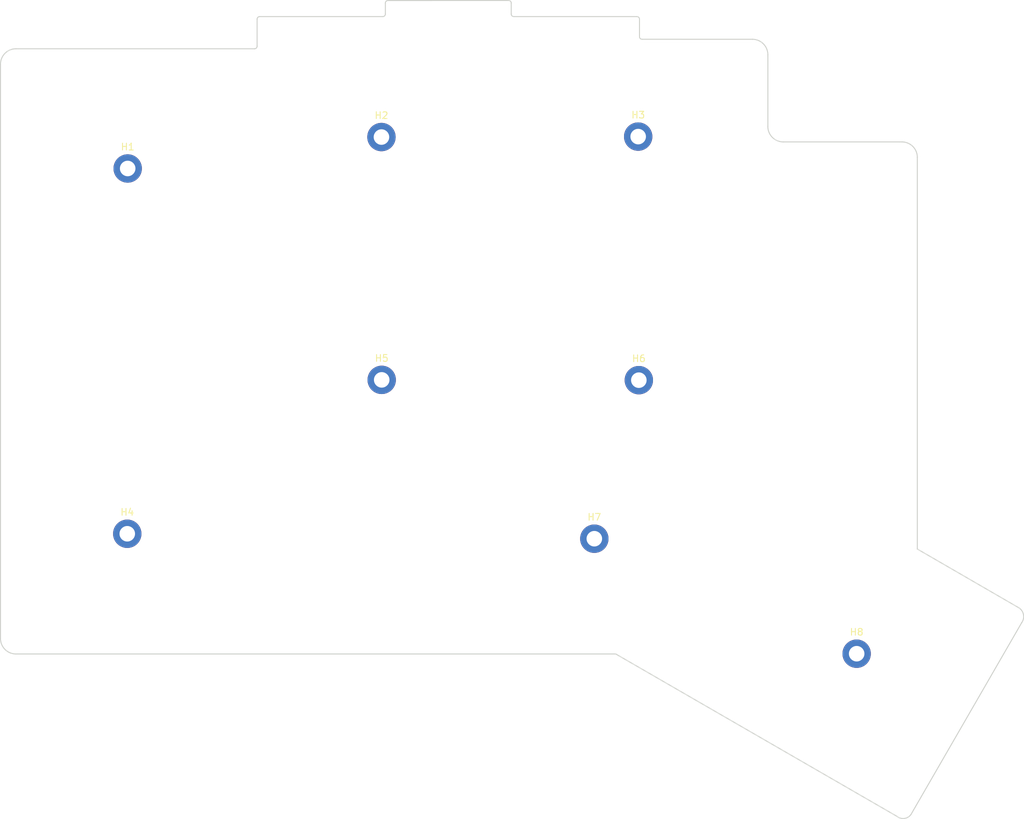
<source format=kicad_pcb>
(kicad_pcb (version 20171130) (host pcbnew "(5.1.9-0-10_14)")

  (general
    (thickness 1.6)
    (drawings 32)
    (tracks 0)
    (zones 0)
    (modules 8)
    (nets 1)
  )

  (page A4)
  (title_block
    (title "Taira Keyboard")
    (date 2021-11-03)
    (rev 1.1)
    (company "strayer | Sven Grunewaldt <sven@grunewaldt.de>")
    (comment 1 "A low profile split mechanical keyboard based on the ErgoDash and Corne Chocolate")
    (comment 4 "Licensed under the MIT License - Copyright (c) 2021 Sven Grunewaldt")
  )

  (layers
    (0 F.Cu signal)
    (31 B.Cu signal)
    (32 B.Adhes user)
    (33 F.Adhes user)
    (34 B.Paste user)
    (35 F.Paste user)
    (36 B.SilkS user)
    (37 F.SilkS user)
    (38 B.Mask user)
    (39 F.Mask user)
    (40 Dwgs.User user)
    (41 Cmts.User user)
    (42 Eco1.User user)
    (43 Eco2.User user)
    (44 Edge.Cuts user)
    (45 Margin user)
    (46 B.CrtYd user)
    (47 F.CrtYd user)
    (48 B.Fab user)
    (49 F.Fab user)
  )

  (setup
    (last_trace_width 0.25)
    (trace_clearance 0.2)
    (zone_clearance 0.508)
    (zone_45_only no)
    (trace_min 0.2)
    (via_size 0.8)
    (via_drill 0.4)
    (via_min_size 0.4)
    (via_min_drill 0.3)
    (uvia_size 0.3)
    (uvia_drill 0.1)
    (uvias_allowed no)
    (uvia_min_size 0.2)
    (uvia_min_drill 0.1)
    (edge_width 0.05)
    (segment_width 0.2)
    (pcb_text_width 0.3)
    (pcb_text_size 1.5 1.5)
    (mod_edge_width 0.12)
    (mod_text_size 1 1)
    (mod_text_width 0.15)
    (pad_size 1.524 1.524)
    (pad_drill 0.762)
    (pad_to_mask_clearance 0)
    (aux_axis_origin 0 0)
    (visible_elements FFFFFF7F)
    (pcbplotparams
      (layerselection 0x010fc_ffffffff)
      (usegerberextensions true)
      (usegerberattributes false)
      (usegerberadvancedattributes false)
      (creategerberjobfile false)
      (excludeedgelayer true)
      (linewidth 0.100000)
      (plotframeref false)
      (viasonmask false)
      (mode 1)
      (useauxorigin false)
      (hpglpennumber 1)
      (hpglpenspeed 20)
      (hpglpendiameter 15.000000)
      (psnegative false)
      (psa4output false)
      (plotreference true)
      (plotvalue false)
      (plotinvisibletext false)
      (padsonsilk false)
      (subtractmaskfromsilk true)
      (outputformat 1)
      (mirror false)
      (drillshape 0)
      (scaleselection 1)
      (outputdirectory "gerber/"))
  )

  (net 0 "")

  (net_class Default "This is the default net class."
    (clearance 0.2)
    (trace_width 0.25)
    (via_dia 0.8)
    (via_drill 0.4)
    (uvia_dia 0.3)
    (uvia_drill 0.1)
  )

  (module plates:M2_Hole_TH (layer F.Cu) (tedit 5F7666C1) (tstamp 6139A59F)
    (at 204.723 134.762)
    (path /613B097E)
    (fp_text reference H8 (at 0 -3.2) (layer F.SilkS)
      (effects (font (size 1 1) (thickness 0.15)))
    )
    (fp_text value MountingHole (at 0 3.2) (layer F.Fab)
      (effects (font (size 1 1) (thickness 0.15)))
    )
    (fp_text user %R (at 0.3 0) (layer F.Fab)
      (effects (font (size 1 1) (thickness 0.15)))
    )
    (pad "" thru_hole circle (at 0 0) (size 4.2 4.2) (drill 2.3) (layers *.Cu *.Mask))
  )

  (module plates:M2_Hole_TH (layer F.Cu) (tedit 5F7666C1) (tstamp 6139A597)
    (at 165.87 117.73)
    (path /6139AE82)
    (fp_text reference H7 (at 0 -3.2) (layer F.SilkS)
      (effects (font (size 1 1) (thickness 0.15)))
    )
    (fp_text value MountingHole (at 0 3.2) (layer F.Fab)
      (effects (font (size 1 1) (thickness 0.15)))
    )
    (fp_text user %R (at 0.3 0) (layer F.Fab)
      (effects (font (size 1 1) (thickness 0.15)))
    )
    (pad "" thru_hole circle (at 0 0) (size 4.2 4.2) (drill 2.3) (layers *.Cu *.Mask))
  )

  (module plates:M2_Hole_TH (layer F.Cu) (tedit 5F7666C1) (tstamp 6139A58F)
    (at 172.463 94.248)
    (path /613968FF)
    (fp_text reference H6 (at 0 -3.2) (layer F.SilkS)
      (effects (font (size 1 1) (thickness 0.15)))
    )
    (fp_text value MountingHole (at 0 3.2) (layer F.Fab)
      (effects (font (size 1 1) (thickness 0.15)))
    )
    (fp_text user %R (at 0.3 0) (layer F.Fab)
      (effects (font (size 1 1) (thickness 0.15)))
    )
    (pad "" thru_hole circle (at 0 0) (size 4.2 4.2) (drill 2.3) (layers *.Cu *.Mask))
  )

  (module plates:M2_Hole_TH (layer F.Cu) (tedit 5F7666C1) (tstamp 6139A587)
    (at 134.379 94.204)
    (path /613A7E8C)
    (fp_text reference H5 (at 0 -3.2) (layer F.SilkS)
      (effects (font (size 1 1) (thickness 0.15)))
    )
    (fp_text value MountingHole (at 0 3.2) (layer F.Fab)
      (effects (font (size 1 1) (thickness 0.15)))
    )
    (fp_text user %R (at 0.3 0) (layer F.Fab)
      (effects (font (size 1 1) (thickness 0.15)))
    )
    (pad "" thru_hole circle (at 0 0) (size 4.2 4.2) (drill 2.3) (layers *.Cu *.Mask))
  )

  (module plates:M2_Hole_TH (layer F.Cu) (tedit 5F7666C1) (tstamp 6139A57F)
    (at 96.694 116.997)
    (path /613AC3D2)
    (fp_text reference H4 (at 0 -3.2) (layer F.SilkS)
      (effects (font (size 1 1) (thickness 0.15)))
    )
    (fp_text value MountingHole (at 0 3.2) (layer F.Fab)
      (effects (font (size 1 1) (thickness 0.15)))
    )
    (fp_text user %R (at 0.3 0) (layer F.Fab)
      (effects (font (size 1 1) (thickness 0.15)))
    )
    (pad "" thru_hole circle (at 0 0) (size 4.2 4.2) (drill 2.3) (layers *.Cu *.Mask))
  )

  (module plates:M2_Hole_TH (layer F.Cu) (tedit 5F7666C1) (tstamp 6139A577)
    (at 172.365 58.174)
    (path /613A391F)
    (fp_text reference H3 (at 0 -3.2) (layer F.SilkS)
      (effects (font (size 1 1) (thickness 0.15)))
    )
    (fp_text value MountingHole (at 0 3.2) (layer F.Fab)
      (effects (font (size 1 1) (thickness 0.15)))
    )
    (fp_text user %R (at 0.3 0) (layer F.Fab)
      (effects (font (size 1 1) (thickness 0.15)))
    )
    (pad "" thru_hole circle (at 0 0) (size 4.2 4.2) (drill 2.3) (layers *.Cu *.Mask))
  )

  (module plates:M2_Hole_TH (layer F.Cu) (tedit 5F7666C1) (tstamp 6139A56F)
    (at 134.342 58.24)
    (path /61396604)
    (fp_text reference H2 (at 0 -3.2) (layer F.SilkS)
      (effects (font (size 1 1) (thickness 0.15)))
    )
    (fp_text value MountingHole (at 0 3.2) (layer F.Fab)
      (effects (font (size 1 1) (thickness 0.15)))
    )
    (fp_text user %R (at 0.3 0) (layer F.Fab)
      (effects (font (size 1 1) (thickness 0.15)))
    )
    (pad "" thru_hole circle (at 0 0) (size 4.2 4.2) (drill 2.3) (layers *.Cu *.Mask))
  )

  (module plates:M2_Hole_TH (layer F.Cu) (tedit 5F7666C1) (tstamp 6139A567)
    (at 96.755 62.896)
    (path /6139F453)
    (fp_text reference H1 (at 0 -3.2) (layer F.SilkS)
      (effects (font (size 1 1) (thickness 0.15)))
    )
    (fp_text value MountingHole (at 0 3.2) (layer F.Fab)
      (effects (font (size 1 1) (thickness 0.15)))
    )
    (fp_text user %R (at 0.3 0) (layer F.Fab)
      (effects (font (size 1 1) (thickness 0.15)))
    )
    (pad "" thru_hole circle (at 0 0) (size 4.2 4.2) (drill 2.3) (layers *.Cu *.Mask))
  )

  (gr_line (start 115.926 40.779) (end 115.926 44.785) (layer Edge.Cuts) (width 0.15))
  (gr_line (start 115.546 45.165) (end 80.206 45.165) (layer Edge.Cuts) (width 0.15))
  (gr_arc (start 115.546 44.785) (end 115.546 45.165) (angle -90) (layer Edge.Cuts) (width 0.15) (tstamp 61728D26))
  (gr_arc (start 116.306 40.779) (end 116.306 40.399) (angle -90) (layer Edge.Cuts) (width 0.15) (tstamp 61728D22))
  (gr_line (start 134.542 40.399) (end 116.306 40.399) (layer Edge.Cuts) (width 0.15))
  (gr_arc (start 134.542 40.019) (end 134.542 40.399) (angle -90) (layer Edge.Cuts) (width 0.15) (tstamp 61728CF0))
  (gr_line (start 134.922 40.019) (end 134.922 38.398) (layer Edge.Cuts) (width 0.15) (tstamp 61728CEF))
  (gr_arc (start 135.302 38.398) (end 135.302 38.018) (angle -90) (layer Edge.Cuts) (width 0.15) (tstamp 61728CDD))
  (gr_line (start 153.185 38.017) (end 135.302 38.018) (layer Edge.Cuts) (width 0.15) (tstamp 61728CD4))
  (gr_line (start 172.18 40.4) (end 153.945 40.4) (layer Edge.Cuts) (width 0.15))
  (gr_arc (start 153.185 38.397) (end 153.565 38.397) (angle -90) (layer Edge.Cuts) (width 0.15) (tstamp 61728C7C))
  (gr_line (start 153.565 40.02) (end 153.565 38.397) (layer Edge.Cuts) (width 0.15) (tstamp 61728C7B))
  (gr_arc (start 153.945 40.02) (end 153.565 40.02) (angle -90) (layer Edge.Cuts) (width 0.15) (tstamp 61728C7A))
  (gr_line (start 172.56 43.379) (end 172.56 40.78) (layer Edge.Cuts) (width 0.15))
  (gr_arc (start 172.18 40.78) (end 172.56 40.78) (angle -90) (layer Edge.Cuts) (width 0.15) (tstamp 61728C46))
  (gr_arc (start 172.94 43.379) (end 172.56 43.379) (angle -90) (layer Edge.Cuts) (width 0.15))
  (gr_arc (start 193.856 56.674) (end 193.856 58.96) (angle 90) (layer Edge.Cuts) (width 0.15) (tstamp 6133ADB5))
  (gr_arc (start 189.284 46.046) (end 189.284 43.76) (angle 90) (layer Edge.Cuts) (width 0.15) (tstamp 6133AAA6))
  (gr_line (start 191.57 56.674) (end 191.57 46.046) (layer Edge.Cuts) (width 0.15))
  (gr_arc (start 211.424 61.246) (end 211.424 58.96) (angle 90) (layer Edge.Cuts) (width 0.15) (tstamp 611411B2))
  (gr_line (start 213.71 61.246) (end 213.71 119.261) (layer Edge.Cuts) (width 0.15))
  (gr_line (start 193.856 58.96) (end 211.424 58.96) (layer Edge.Cuts) (width 0.15))
  (gr_line (start 189.284 43.76) (end 172.94 43.759) (layer Edge.Cuts) (width 0.15) (tstamp 6109D3E6))
  (gr_line (start 213.71 119.261) (end 228.796 127.992) (layer Edge.Cuts) (width 0.15))
  (gr_arc (start 227.907 129.262) (end 228.796 127.992) (angle 90) (layer Edge.Cuts) (width 0.15))
  (gr_line (start 212.755 158.597) (end 229.177 130.151) (layer Edge.Cuts) (width 0.15))
  (gr_arc (start 211.602 157.728) (end 212.755 158.597) (angle 91.68588017) (layer Edge.Cuts) (width 0.15))
  (gr_line (start 169.04 134.8) (end 210.699455 158.854935) (layer Edge.Cuts) (width 0.15))
  (gr_line (start 80.206 134.8) (end 169.04 134.8) (layer Edge.Cuts) (width 0.15))
  (gr_arc (start 80.206 132.514) (end 80.206 134.8) (angle 90) (layer Edge.Cuts) (width 0.15))
  (gr_line (start 77.92 132.514) (end 77.92 47.451) (layer Edge.Cuts) (width 0.15))
  (gr_arc (start 80.206 47.451) (end 77.92 47.451) (angle 90) (layer Edge.Cuts) (width 0.15))

)

</source>
